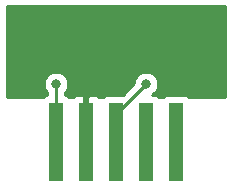
<source format=gbl>
G04 #@! TF.GenerationSoftware,KiCad,Pcbnew,(5.1.9-0-10_14)*
G04 #@! TF.CreationDate,2021-10-14T15:51:02+11:00*
G04 #@! TF.ProjectId,MAP Card,4d415020-4361-4726-942e-6b696361645f,rev?*
G04 #@! TF.SameCoordinates,Original*
G04 #@! TF.FileFunction,Copper,L2,Bot*
G04 #@! TF.FilePolarity,Positive*
%FSLAX46Y46*%
G04 Gerber Fmt 4.6, Leading zero omitted, Abs format (unit mm)*
G04 Created by KiCad (PCBNEW (5.1.9-0-10_14)) date 2021-10-14 15:51:02*
%MOMM*%
%LPD*%
G01*
G04 APERTURE LIST*
G04 #@! TA.AperFunction,ConnectorPad*
%ADD10R,1.300000X6.730000*%
G04 #@! TD*
G04 #@! TA.AperFunction,ViaPad*
%ADD11C,0.800000*%
G04 #@! TD*
G04 #@! TA.AperFunction,Conductor*
%ADD12C,0.500000*%
G04 #@! TD*
G04 #@! TA.AperFunction,Conductor*
%ADD13C,0.250000*%
G04 #@! TD*
G04 #@! TA.AperFunction,Conductor*
%ADD14C,0.254000*%
G04 #@! TD*
G04 #@! TA.AperFunction,Conductor*
%ADD15C,0.100000*%
G04 #@! TD*
G04 APERTURE END LIST*
D10*
X158750000Y-108418000D03*
X156210000Y-108418000D03*
X153670000Y-108418000D03*
X151130000Y-108418000D03*
X148590000Y-108418000D03*
D11*
X153035000Y-97790000D03*
X156845000Y-101600000D03*
X152400000Y-102235000D03*
X156210000Y-103505000D03*
X148590000Y-103505000D03*
D12*
X152400000Y-102235000D02*
X152400000Y-102870000D01*
X151130000Y-104140000D02*
X151130000Y-108418000D01*
X152400000Y-102870000D02*
X151130000Y-104140000D01*
D13*
X153670000Y-106045000D02*
X153670000Y-108418000D01*
X156210000Y-103505000D02*
X153670000Y-106045000D01*
X148590000Y-103505000D02*
X148590000Y-108418000D01*
D14*
X162916000Y-104648000D02*
X159889088Y-104648000D01*
X159851185Y-104601815D01*
X159754494Y-104522463D01*
X159644180Y-104463498D01*
X159524482Y-104427188D01*
X159400000Y-104414928D01*
X158100000Y-104414928D01*
X157975518Y-104427188D01*
X157855820Y-104463498D01*
X157745506Y-104522463D01*
X157648815Y-104601815D01*
X157610912Y-104648000D01*
X157349088Y-104648000D01*
X157311185Y-104601815D01*
X157214494Y-104522463D01*
X157104180Y-104463498D01*
X156984482Y-104427188D01*
X156860000Y-104414928D01*
X156711147Y-104414928D01*
X156869774Y-104308937D01*
X157013937Y-104164774D01*
X157127205Y-103995256D01*
X157205226Y-103806898D01*
X157245000Y-103606939D01*
X157245000Y-103403061D01*
X157205226Y-103203102D01*
X157127205Y-103014744D01*
X157013937Y-102845226D01*
X156869774Y-102701063D01*
X156700256Y-102587795D01*
X156511898Y-102509774D01*
X156311939Y-102470000D01*
X156108061Y-102470000D01*
X155908102Y-102509774D01*
X155719744Y-102587795D01*
X155550226Y-102701063D01*
X155406063Y-102845226D01*
X155292795Y-103014744D01*
X155214774Y-103203102D01*
X155175000Y-103403061D01*
X155175000Y-103465197D01*
X154225270Y-104414928D01*
X153020000Y-104414928D01*
X152895518Y-104427188D01*
X152775820Y-104463498D01*
X152665506Y-104522463D01*
X152568815Y-104601815D01*
X152530912Y-104648000D01*
X152269088Y-104648000D01*
X152231185Y-104601815D01*
X152134494Y-104522463D01*
X152024180Y-104463498D01*
X151904482Y-104427188D01*
X151780000Y-104414928D01*
X151415750Y-104418000D01*
X151257000Y-104576750D01*
X151257000Y-104648000D01*
X151003000Y-104648000D01*
X151003000Y-104576750D01*
X150844250Y-104418000D01*
X150480000Y-104414928D01*
X150355518Y-104427188D01*
X150235820Y-104463498D01*
X150125506Y-104522463D01*
X150028815Y-104601815D01*
X149990912Y-104648000D01*
X149729088Y-104648000D01*
X149691185Y-104601815D01*
X149594494Y-104522463D01*
X149484180Y-104463498D01*
X149364482Y-104427188D01*
X149350000Y-104425762D01*
X149350000Y-104208711D01*
X149393937Y-104164774D01*
X149507205Y-103995256D01*
X149585226Y-103806898D01*
X149625000Y-103606939D01*
X149625000Y-103403061D01*
X149585226Y-103203102D01*
X149507205Y-103014744D01*
X149393937Y-102845226D01*
X149249774Y-102701063D01*
X149080256Y-102587795D01*
X148891898Y-102509774D01*
X148691939Y-102470000D01*
X148488061Y-102470000D01*
X148288102Y-102509774D01*
X148099744Y-102587795D01*
X147930226Y-102701063D01*
X147786063Y-102845226D01*
X147672795Y-103014744D01*
X147594774Y-103203102D01*
X147555000Y-103403061D01*
X147555000Y-103606939D01*
X147594774Y-103806898D01*
X147672795Y-103995256D01*
X147786063Y-104164774D01*
X147830000Y-104208711D01*
X147830000Y-104425762D01*
X147815518Y-104427188D01*
X147695820Y-104463498D01*
X147585506Y-104522463D01*
X147488815Y-104601815D01*
X147450912Y-104648000D01*
X144424000Y-104648000D01*
X144424000Y-96901000D01*
X162916001Y-96901000D01*
X162916000Y-104648000D01*
G04 #@! TA.AperFunction,Conductor*
D15*
G36*
X162916000Y-104648000D02*
G01*
X159889088Y-104648000D01*
X159851185Y-104601815D01*
X159754494Y-104522463D01*
X159644180Y-104463498D01*
X159524482Y-104427188D01*
X159400000Y-104414928D01*
X158100000Y-104414928D01*
X157975518Y-104427188D01*
X157855820Y-104463498D01*
X157745506Y-104522463D01*
X157648815Y-104601815D01*
X157610912Y-104648000D01*
X157349088Y-104648000D01*
X157311185Y-104601815D01*
X157214494Y-104522463D01*
X157104180Y-104463498D01*
X156984482Y-104427188D01*
X156860000Y-104414928D01*
X156711147Y-104414928D01*
X156869774Y-104308937D01*
X157013937Y-104164774D01*
X157127205Y-103995256D01*
X157205226Y-103806898D01*
X157245000Y-103606939D01*
X157245000Y-103403061D01*
X157205226Y-103203102D01*
X157127205Y-103014744D01*
X157013937Y-102845226D01*
X156869774Y-102701063D01*
X156700256Y-102587795D01*
X156511898Y-102509774D01*
X156311939Y-102470000D01*
X156108061Y-102470000D01*
X155908102Y-102509774D01*
X155719744Y-102587795D01*
X155550226Y-102701063D01*
X155406063Y-102845226D01*
X155292795Y-103014744D01*
X155214774Y-103203102D01*
X155175000Y-103403061D01*
X155175000Y-103465197D01*
X154225270Y-104414928D01*
X153020000Y-104414928D01*
X152895518Y-104427188D01*
X152775820Y-104463498D01*
X152665506Y-104522463D01*
X152568815Y-104601815D01*
X152530912Y-104648000D01*
X152269088Y-104648000D01*
X152231185Y-104601815D01*
X152134494Y-104522463D01*
X152024180Y-104463498D01*
X151904482Y-104427188D01*
X151780000Y-104414928D01*
X151415750Y-104418000D01*
X151257000Y-104576750D01*
X151257000Y-104648000D01*
X151003000Y-104648000D01*
X151003000Y-104576750D01*
X150844250Y-104418000D01*
X150480000Y-104414928D01*
X150355518Y-104427188D01*
X150235820Y-104463498D01*
X150125506Y-104522463D01*
X150028815Y-104601815D01*
X149990912Y-104648000D01*
X149729088Y-104648000D01*
X149691185Y-104601815D01*
X149594494Y-104522463D01*
X149484180Y-104463498D01*
X149364482Y-104427188D01*
X149350000Y-104425762D01*
X149350000Y-104208711D01*
X149393937Y-104164774D01*
X149507205Y-103995256D01*
X149585226Y-103806898D01*
X149625000Y-103606939D01*
X149625000Y-103403061D01*
X149585226Y-103203102D01*
X149507205Y-103014744D01*
X149393937Y-102845226D01*
X149249774Y-102701063D01*
X149080256Y-102587795D01*
X148891898Y-102509774D01*
X148691939Y-102470000D01*
X148488061Y-102470000D01*
X148288102Y-102509774D01*
X148099744Y-102587795D01*
X147930226Y-102701063D01*
X147786063Y-102845226D01*
X147672795Y-103014744D01*
X147594774Y-103203102D01*
X147555000Y-103403061D01*
X147555000Y-103606939D01*
X147594774Y-103806898D01*
X147672795Y-103995256D01*
X147786063Y-104164774D01*
X147830000Y-104208711D01*
X147830000Y-104425762D01*
X147815518Y-104427188D01*
X147695820Y-104463498D01*
X147585506Y-104522463D01*
X147488815Y-104601815D01*
X147450912Y-104648000D01*
X144424000Y-104648000D01*
X144424000Y-96901000D01*
X162916001Y-96901000D01*
X162916000Y-104648000D01*
G37*
G04 #@! TD.AperFunction*
M02*

</source>
